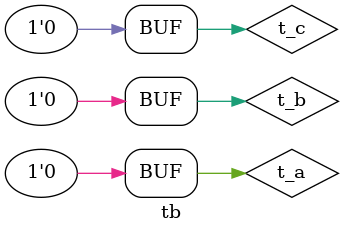
<source format=v>
module tb;
reg t_a;
reg t_b;
reg t_c;
wire t_x,t_y;
//instatiate
and1 a1(.a(t_a),.b(t_b),.c(t_c),.x(t_x),.y(t_y));
initial begin $dumpfile("dump.vcd");
$dumpvars(0,tb);
end
initial begin $monitor(t_a,t_b,t_c,t_x,t_y); //displays the content of the register
t_a=1'b0;//1 bit input
t_b=1'b0;
t_c=1'b0;
#10 //time nanosecs
t_a=1'b0;//1 bit input
t_b=1'b0;
t_c=1'b1;
#10 //time nanosecs
t_a=1'b0;//1 bit input
t_b=1'b1;
t_c=1'b0;
#10 //time nanosecs
t_a=1'b0;//1 bit input
t_b=1'b1;
t_c=1'b1;
#10
t_a=1'b1;//1 bit input
t_b=1'b0;
t_c=1'b0;
#10 //time nanosecs
t_a=1'b1;//1 bit input
t_b=1'b0;
t_c=1'b1;
#10 //time nanosecs
t_a=1'b1;//1 bit input
t_b=1'b1;
t_c=1'b0;
#10 //time nanosecs
t_a=1'b1;//1 bit input
t_b=1'b1;
t_c=1'b1;
#10
t_a=0;//inorder to see the last input
t_b=0;
t_c=0;
end
endmodule


</source>
